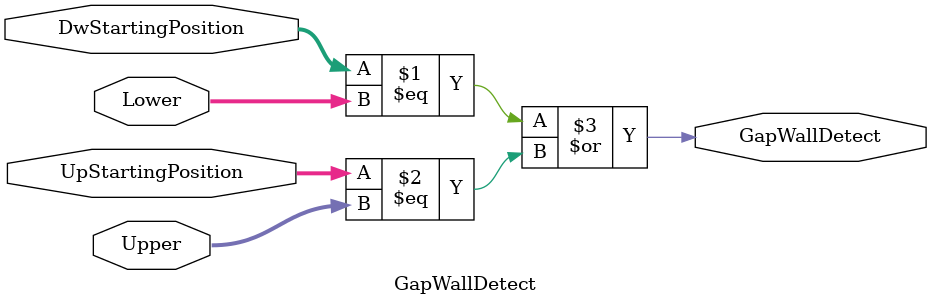
<source format=v>
`timescale 1ns / 1ps


module GapWallDetect(
    input [9:0] DwStartingPosition,
    input [9:0] UpStartingPosition,
    input [9:0] Upper,
    input [9:0] Lower,
    output GapWallDetect    
    );
    
    assign GapWallDetect = (DwStartingPosition == Lower) | (UpStartingPosition == Upper);  
    
    

endmodule

</source>
